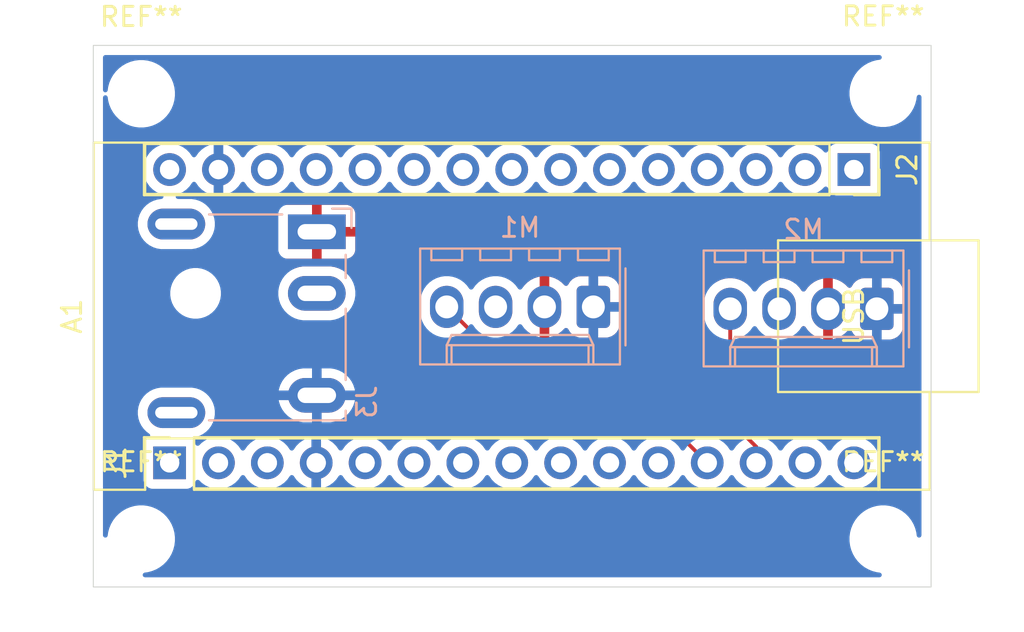
<source format=kicad_pcb>
(kicad_pcb (version 20240108) (generator "pcbnew") (generator_version "8.0")
  (layers (0 "F.Cu" signal) (31 "B.Cu" signal) (34 "B.Paste" user) (35 "F.Paste" user) (36 "B.SilkS" user "B.Silkscreen") (37 "F.SilkS" user "F.Silkscreen") (38 "B.Mask" user) (39 "F.Mask" user) (44 "Edge.Cuts" user))
  (net 0 "")
  (net 1 "A7")
  (net 2 "D5")
  (net 3 "VIN")
  (net 4 "A2")
  (net 5 "A0")
  (net 6 "D13")
  (net 7 "RST")
  (net 8 "D6")
  (net 9 "GND")
  (net 10 "D8")
  (net 11 "D4")
  (net 12 "D3")
  (net 13 "A6")
  (net 14 "D11")
  (net 15 "A5")
  (net 16 "A4")
  (net 17 "V33")
  (net 18 "RX0")
  (net 19 "D2")
  (net 20 "A1")
  (net 21 "AREF")
  (net 22 "D9")
  (net 23 "D12")
  (net 24 "D10")
  (net 25 "TX1")
  (net 26 "A3")
  (net 27 "D7")
  (net 28 "V5")
  (net 29 "/VFan")
  (footprint "Module:Arduino_Nano" (layer "F.Cu") (at 104.14 89.0524 90)
    (property "Reference" "A1" (at 7.62 -5.08 90) (layer "F.SilkS"))
    (property "Value" "Arduino_Nano_v3.x")
    (fp_line (start 16.64 -3.94) (end -1.4 -3.94) (stroke (width 0.12)) (layer "F.SilkS"))
    (fp_line (start -1.4 -3.94) (end -1.4 -1.27) (stroke (width 0.12)) (layer "F.SilkS"))
    (fp_line (start 13.97 -1.27) (end 16.64 -1.27) (stroke (width 0.12)) (layer "F.SilkS"))
    (fp_line (start 13.97 -1.27) (end 13.97 36.83) (stroke (width 0.12)) (layer "F.SilkS"))
    (fp_line (start 1.27 -1.27) (end -1.4 -1.27) (stroke (width 0.12)) (layer "F.SilkS"))
    (fp_line (start 1.27 1.27) (end 1.27 -1.27) (stroke (width 0.12)) (layer "F.SilkS"))
    (fp_line (start 1.27 1.27) (end -1.4 1.27) (stroke (width 0.12)) (layer "F.SilkS"))
    (fp_line (start 1.27 1.27) (end 1.27 36.83) (stroke (width 0.12)) (layer "F.SilkS"))
    (fp_line (start -1.4 1.27) (end -1.4 39.5) (stroke (width 0.12)) (layer "F.SilkS"))
    (fp_line (start 11.56 31.62) (end 11.56 42.04) (stroke (width 0.12)) (layer "F.SilkS"))
    (fp_line (start 3.68 31.62) (end 11.56 31.62) (stroke (width 0.12)) (layer "F.SilkS"))
    (fp_line (start 13.97 36.83) (end 16.64 36.83) (stroke (width 0.12)) (layer "F.SilkS"))
    (fp_line (start 1.27 36.83) (end -1.4 36.83) (stroke (width 0.12)) (layer "F.SilkS"))
    (fp_line (start 16.64 39.5) (end 16.64 -3.94) (stroke (width 0.12)) (layer "F.SilkS"))
    (fp_line (start 16.64 39.5) (end 11.56 39.5) (stroke (width 0.12)) (layer "F.SilkS"))
    (fp_line (start -1.4 39.5) (end 3.68 39.5) (stroke (width 0.12)) (layer "F.SilkS"))
    (fp_line (start 11.56 42.04) (end 3.68 42.04) (stroke (width 0.12)) (layer "F.SilkS"))
    (fp_line (start 3.68 42.04) (end 3.68 31.62) (stroke (width 0.12)) (layer "F.SilkS"))
    (fp_text user "USB" (at 7.62 35.56 90) (layer "F.SilkS"))
    (pad "1" thru_hole rect (at 0 0 90) (size 1.6 1.6) (drill 1) (layers "*.Cu" "*.Mask") (net 25 "TX1"))
    (pad "2" thru_hole oval (at 0 2.54 90) (size 1.6 1.6) (drill 1) (layers "*.Cu" "*.Mask") (net 18 "RX0"))
    (pad "3" thru_hole oval (at 0 5.08 90) (size 1.6 1.6) (drill 1) (layers "*.Cu" "*.Mask") (net 7 "RST"))
    (pad "4" thru_hole oval (at 0 7.62 90) (size 1.6 1.6) (drill 1) (layers "*.Cu" "*.Mask") (net 9 "GND"))
    (pad "5" thru_hole oval (at 0 10.16 90) (size 1.6 1.6) (drill 1) (layers "*.Cu" "*.Mask") (net 19 "D2"))
    (pad "6" thru_hole oval (at 0 12.7 90) (size 1.6 1.6) (drill 1) (layers "*.Cu" "*.Mask") (net 12 "D3"))
    (pad "7" thru_hole oval (at 0 15.24 90) (size 1.6 1.6) (drill 1) (layers "*.Cu" "*.Mask") (net 11 "D4"))
    (pad "8" thru_hole oval (at 0 17.78 90) (size 1.6 1.6) (drill 1) (layers "*.Cu" "*.Mask") (net 2 "D5"))
    (pad "9" thru_hole oval (at 0 20.32 90) (size 1.6 1.6) (drill 1) (layers "*.Cu" "*.Mask") (net 8 "D6"))
    (pad "10" thru_hole oval (at 0 22.86 90) (size 1.6 1.6) (drill 1) (layers "*.Cu" "*.Mask") (net 27 "D7"))
    (pad "11" thru_hole oval (at 0 25.4 90) (size 1.6 1.6) (drill 1) (layers "*.Cu" "*.Mask") (net 10 "D8"))
    (pad "12" thru_hole oval (at 0 27.94 90) (size 1.6 1.6) (drill 1) (layers "*.Cu" "*.Mask") (net 22 "D9"))
    (pad "13" thru_hole oval (at 0 30.48 90) (size 1.6 1.6) (drill 1) (layers "*.Cu" "*.Mask") (net 24 "D10"))
    (pad "14" thru_hole oval (at 0 33.02 90) (size 1.6 1.6) (drill 1) (layers "*.Cu" "*.Mask") (net 14 "D11"))
    (pad "15" thru_hole oval (at 0 35.56 90) (size 1.6 1.6) (drill 1) (layers "*.Cu" "*.Mask") (net 23 "D12"))
    (pad "16" thru_hole oval (at 15.24 35.56 90) (size 1.6 1.6) (drill 1) (layers "*.Cu" "*.Mask") (net 6 "D13"))
    (pad "17" thru_hole oval (at 15.24 33.02 90) (size 1.6 1.6) (drill 1) (layers "*.Cu" "*.Mask") (net 17 "V33"))
    (pad "18" thru_hole oval (at 15.24 30.48 90) (size 1.6 1.6) (drill 1) (layers "*.Cu" "*.Mask") (net 21 "AREF"))
    (pad "19" thru_hole oval (at 15.24 27.94 90) (size 1.6 1.6) (drill 1) (layers "*.Cu" "*.Mask") (net 5 "A0"))
    (pad "20" thru_hole oval (at 15.24 25.4 90) (size 1.6 1.6) (drill 1) (layers "*.Cu" "*.Mask") (net 20 "A1"))
    (pad "21" thru_hole oval (at 15.24 22.86 90) (size 1.6 1.6) (drill 1) (layers "*.Cu" "*.Mask") (net 4 "A2"))
    (pad "22" thru_hole oval (at 15.24 20.32 90) (size 1.6 1.6) (drill 1) (layers "*.Cu" "*.Mask") (net 26 "A3"))
    (pad "23" thru_hole oval (at 15.24 17.78 90) (size 1.6 1.6) (drill 1) (layers "*.Cu" "*.Mask") (net 16 "A4"))
    (pad "24" thru_hole oval (at 15.24 15.24 90) (size 1.6 1.6) (drill 1) (layers "*.Cu" "*.Mask") (net 15 "A5"))
    (pad "25" thru_hole oval (at 15.24 12.7 90) (size 1.6 1.6) (drill 1) (layers "*.Cu" "*.Mask") (net 13 "A6"))
    (pad "26" thru_hole oval (at 15.24 10.16 90) (size 1.6 1.6) (drill 1) (layers "*.Cu" "*.Mask") (net 1 "A7"))
    (pad "27" thru_hole oval (at 15.24 7.62 90) (size 1.6 1.6) (drill 1) (layers "*.Cu" "*.Mask") (net 28 "V5"))
    (pad "28" thru_hole oval (at 15.24 5.08 90) (size 1.6 1.6) (drill 1) (layers "*.Cu" "*.Mask") (net 7 "RST"))
    (pad "29" thru_hole oval (at 15.24 2.54 90) (size 1.6 1.6) (drill 1) (layers "*.Cu" "*.Mask") (net 9 "GND"))
    (pad "30" thru_hole oval (at 15.24 0 90) (size 1.6 1.6) (drill 1) (layers "*.Cu" "*.Mask") (net 3 "VIN"))
  )
  (footprint "Connector_PinSocket_2.54mm:PinSocket_1x15_P2.54mm_Vertical" (layer "F.Cu") (at 139.7 73.8124 -90)
    (property "Reference" "J2" (at 0 -2.77 90) (layer "F.SilkS"))
    (property "Value" "Conn_01x15_Socket")
    (fp_line (start -1.33 36.89) (end 1.33 36.89) (stroke (width 0.12)) (layer "F.SilkS"))
    (fp_line (start -1.33 1.27) (end -1.33 36.89) (stroke (width 0.12)) (layer "F.SilkS"))
    (fp_line (start -1.33 1.27) (end 1.33 1.27) (stroke (width 0.12)) (layer "F.SilkS"))
    (fp_line (start 1.33 1.27) (end 1.33 36.89) (stroke (width 0.12)) (layer "F.SilkS"))
    (fp_line (start 0 -1.33) (end 1.33 -1.33) (stroke (width 0.12)) (layer "F.SilkS"))
    (fp_line (start 1.33 -1.33) (end 1.33 0) (stroke (width 0.12)) (layer "F.SilkS"))
    (pad "1" thru_hole rect (at 0 0 270) (size 1.7 1.7) (drill 1) (layers "*.Cu" "*.Mask") (net 6 "D13"))
    (pad "2" thru_hole oval (at 0 2.54 270) (size 1.7 1.7) (drill 1) (layers "*.Cu" "*.Mask") (net 17 "V33"))
    (pad "3" thru_hole oval (at 0 5.08 270) (size 1.7 1.7) (drill 1) (layers "*.Cu" "*.Mask") (net 21 "AREF"))
    (pad "4" thru_hole oval (at 0 7.62 270) (size 1.7 1.7) (drill 1) (layers "*.Cu" "*.Mask") (net 5 "A0"))
    (pad "5" thru_hole oval (at 0 10.16 270) (size 1.7 1.7) (drill 1) (layers "*.Cu" "*.Mask") (net 20 "A1"))
    (pad "6" thru_hole oval (at 0 12.7 270) (size 1.7 1.7) (drill 1) (layers "*.Cu" "*.Mask") (net 4 "A2"))
    (pad "7" thru_hole oval (at 0 15.24 270) (size 1.7 1.7) (drill 1) (layers "*.Cu" "*.Mask") (net 26 "A3"))
    (pad "8" thru_hole oval (at 0 17.78 270) (size 1.7 1.7) (drill 1) (layers "*.Cu" "*.Mask") (net 16 "A4"))
    (pad "9" thru_hole oval (at 0 20.32 270) (size 1.7 1.7) (drill 1) (layers "*.Cu" "*.Mask") (net 15 "A5"))
    (pad "10" thru_hole oval (at 0 22.86 270) (size 1.7 1.7) (drill 1) (layers "*.Cu" "*.Mask") (net 13 "A6"))
    (pad "11" thru_hole oval (at 0 25.4 270) (size 1.7 1.7) (drill 1) (layers "*.Cu" "*.Mask") (net 1 "A7"))
    (pad "12" thru_hole oval (at 0 27.94 270) (size 1.7 1.7) (drill 1) (layers "*.Cu" "*.Mask") (net 28 "V5"))
    (pad "13" thru_hole oval (at 0 30.48 270) (size 1.7 1.7) (drill 1) (layers "*.Cu" "*.Mask") (net 7 "RST"))
    (pad "14" thru_hole oval (at 0 33.02 270) (size 1.7 1.7) (drill 1) (layers "*.Cu" "*.Mask") (net 9 "GND"))
    (pad "15" thru_hole oval (at 0 35.56 270) (size 1.7 1.7) (drill 1) (layers "*.Cu" "*.Mask") (net 3 "VIN"))
  )
  (footprint "MountingHole:MountingHole_3mm" (layer "F.Cu") (at 141.224 93.0148)
    (property "Reference" "REF**" (at 0 -4 0) (layer "F.SilkS"))
    (property "Value" "MountingHole_3mm")
    (pad "" np_thru_hole circle (at 0 0) (size 3 3) (drill 3) (layers "*.Cu" "*.Mask"))
  )
  (footprint "MountingHole:MountingHole_3mm" (layer "F.Cu") (at 141.224 69.85)
    (property "Reference" "REF**" (at 0 -4 0) (layer "F.SilkS"))
    (property "Value" "MountingHole_3mm")
    (pad "" np_thru_hole circle (at 0 0) (size 3 3) (drill 3) (layers "*.Cu" "*.Mask"))
  )
  (footprint "Connector_PinSocket_2.54mm:PinSocket_1x15_P2.54mm_Vertical" (layer "F.Cu") (at 104.14 89.0524 90)
    (property "Reference" "J1" (at 0 -2.77 90) (layer "F.SilkS"))
    (property "Value" "Conn_01x15_Socket")
    (fp_line (start 1.33 -1.33) (end 1.33 0) (stroke (width 0.12)) (layer "F.SilkS"))
    (fp_line (start 0 -1.33) (end 1.33 -1.33) (stroke (width 0.12)) (layer "F.SilkS"))
    (fp_line (start 1.33 1.27) (end 1.33 36.89) (stroke (width 0.12)) (layer "F.SilkS"))
    (fp_line (start -1.33 1.27) (end 1.33 1.27) (stroke (width 0.12)) (layer "F.SilkS"))
    (fp_line (start -1.33 1.27) (end -1.33 36.89) (stroke (width 0.12)) (layer "F.SilkS"))
    (fp_line (start -1.33 36.89) (end 1.33 36.89) (stroke (width 0.12)) (layer "F.SilkS"))
    (pad "1" thru_hole rect (at 0 0 90) (size 1.7 1.7) (drill 1) (layers "*.Cu" "*.Mask") (net 25 "TX1"))
    (pad "2" thru_hole oval (at 0 2.54 90) (size 1.7 1.7) (drill 1) (layers "*.Cu" "*.Mask") (net 18 "RX0"))
    (pad "3" thru_hole oval (at 0 5.08 90) (size 1.7 1.7) (drill 1) (layers "*.Cu" "*.Mask") (net 7 "RST"))
    (pad "4" thru_hole oval (at 0 7.62 90) (size 1.7 1.7) (drill 1) (layers "*.Cu" "*.Mask") (net 9 "GND"))
    (pad "5" thru_hole oval (at 0 10.16 90) (size 1.7 1.7) (drill 1) (layers "*.Cu" "*.Mask") (net 19 "D2"))
    (pad "6" thru_hole oval (at 0 12.7 90) (size 1.7 1.7) (drill 1) (layers "*.Cu" "*.Mask") (net 12 "D3"))
    (pad "7" thru_hole oval (at 0 15.24 90) (size 1.7 1.7) (drill 1) (layers "*.Cu" "*.Mask") (net 11 "D4"))
    (pad "8" thru_hole oval (at 0 17.78 90) (size 1.7 1.7) (drill 1) (layers "*.Cu" "*.Mask") (net 2 "D5"))
    (pad "9" thru_hole oval (at 0 20.32 90) (size 1.7 1.7) (drill 1) (layers "*.Cu" "*.Mask") (net 8 "D6"))
    (pad "10" thru_hole oval (at 0 22.86 90) (size 1.7 1.7) (drill 1) (layers "*.Cu" "*.Mask") (net 27 "D7"))
    (pad "11" thru_hole oval (at 0 25.4 90) (size 1.7 1.7) (drill 1) (layers "*.Cu" "*.Mask") (net 10 "D8"))
    (pad "12" thru_hole oval (at 0 27.94 90) (size 1.7 1.7) (drill 1) (layers "*.Cu" "*.Mask") (net 22 "D9"))
    (pad "13" thru_hole oval (at 0 30.48 90) (size 1.7 1.7) (drill 1) (layers "*.Cu" "*.Mask") (net 24 "D10"))
    (pad "14" thru_hole oval (at 0 33.02 90) (size 1.7 1.7) (drill 1) (layers "*.Cu" "*.Mask") (net 14 "D11"))
    (pad "15" thru_hole oval (at 0 35.56 90) (size 1.7 1.7) (drill 1) (layers "*.Cu" "*.Mask") (net 23 "D12"))
  )
  (footprint "MountingHole:MountingHole_3mm" (layer "F.Cu") (at 102.6668 93.0148)
    (property "Reference" "REF**" (at 0 -4 0) (layer "F.SilkS"))
    (property "Value" "MountingHole_3mm")
    (pad "" np_thru_hole circle (at 0 0) (size 3 3) (drill 3) (layers "*.Cu" "*.Mask"))
  )
  (footprint "MountingHole:MountingHole_3mm" (layer "F.Cu") (at 102.6668 69.8754)
    (property "Reference" "REF**" (at 0 -4 0) (layer "F.SilkS"))
    (property "Value" "MountingHole_3mm")
    (pad "" np_thru_hole circle (at 0 0) (size 3 3) (drill 3) (layers "*.Cu" "*.Mask"))
  )
  (footprint "Connector_BarrelJack:BarrelJack_CUI_PJ-079BH_Horizontal" (layer "B.Cu") (at 111.7912 77.0457 90)
    (property "Reference" "J3" (at -9.8 2.6 90) (layer "B.SilkS") (effects (justify right mirror)))
    (property "Value" "Barrel_Jack_Switch")
    (fp_line (start 0.9 -1.8) (end 0.9 -5.6) (stroke (width 0.12)) (layer "B.SilkS"))
    (fp_line (start 1.2 0.8) (end 1.2 1.8) (stroke (width 0.12)) (layer "B.SilkS"))
    (fp_line (start -2.4 1.5) (end -1.2 1.5) (stroke (width 0.12)) (layer "B.SilkS"))
    (fp_line (start -7.7 1.5) (end -4 1.5) (stroke (width 0.12)) (layer "B.SilkS"))
    (fp_line (start -9.8 1.5) (end -9.8 -5.6) (stroke (width 0.12)) (layer "B.SilkS"))
    (fp_line (start -9.8 1.5) (end -9.3 1.5) (stroke (width 0.12)) (layer "B.SilkS"))
    (fp_line (start 0.2 1.8) (end 1.2 1.8) (stroke (width 0.12)) (layer "B.SilkS"))
    (pad "" np_thru_hole circle (at -3.2 -6.3 270) (size 2.13 2.13) (drill 2.13) (layers "F&B.Cu" "*.Mask"))
    (pad "1" thru_hole rect (at 0 0 270) (size 1.8 3) (drill oval 0.8 2) (layers "*.Cu" "*.Mask") (net 29 "/VFan"))
    (pad "2" thru_hole oval (at -8.5 0 270) (size 1.8 3) (drill oval 0.8 2) (layers "*.Cu" "*.Mask") (net 9 "GND"))
    (pad "3" thru_hole oval (at -3.2 0 270) (size 1.8 3) (drill oval 0.8 2) (layers "*.Cu" "*.Mask"))
    (pad "SH" thru_hole oval (at -9.4 -7.3 270) (size 1.6 3) (drill oval 0.6 2.2) (layers "*.Cu" "*.Mask"))
    (pad "SH" thru_hole oval (at 0.4 -7.3 270) (size 1.6 3) (drill oval 0.6 2.2) (layers "*.Cu" "*.Mask"))
  )
  (footprint "Connector_Molex:Molex_KK-254_AE-6410-04A_1x04_P2.54mm_Vertical" (layer "B.Cu") (at 126.1618 80.9498 180)
    (property "Reference" "M1" (at 3.81 4.12 0) (layer "B.SilkS") (effects (justify mirror)))
    (property "Value" "Fan_4pin")
    (fp_line (start 9 3.03) (end 9 -2.99) (stroke (width 0.12)) (layer "B.SilkS"))
    (fp_line (start 9 -2.99) (end -1.38 -2.99) (stroke (width 0.12)) (layer "B.SilkS"))
    (fp_line (start 8.42 3.03) (end 8.42 2.43) (stroke (width 0.12)) (layer "B.SilkS"))
    (fp_line (start 8.42 2.43) (end 6.82 2.43) (stroke (width 0.12)) (layer "B.SilkS"))
    (fp_line (start 7.62 -1.99) (end 7.37 -1.46) (stroke (width 0.12)) (layer "B.SilkS"))
    (fp_line (start 7.62 -1.99) (end 0 -1.99) (stroke (width 0.12)) (layer "B.SilkS"))
    (fp_line (start 7.62 -2.99) (end 7.62 -1.99) (stroke (width 0.12)) (layer "B.SilkS"))
    (fp_line (start 7.37 -1.46) (end 0.25 -1.46) (stroke (width 0.12)) (layer "B.SilkS"))
    (fp_line (start 7.37 -1.99) (end 7.37 -2.99) (stroke (width 0.12)) (layer "B.SilkS"))
    (fp_line (start 6.82 2.43) (end 6.82 3.03) (stroke (width 0.12)) (layer "B.SilkS"))
    (fp_line (start 5.88 3.03) (end 5.88 2.43) (stroke (width 0.12)) (layer "B.SilkS"))
    (fp_line (start 5.88 2.43) (end 4.28 2.43) (stroke (width 0.12)) (layer "B.SilkS"))
    (fp_line (start 4.28 2.43) (end 4.28 3.03) (stroke (width 0.12)) (layer "B.SilkS"))
    (fp_line (start 3.34 3.03) (end 3.34 2.43) (stroke (width 0.12)) (layer "B.SilkS"))
    (fp_line (start 3.34 2.43) (end 1.74 2.43) (stroke (width 0.12)) (layer "B.SilkS"))
    (fp_line (start 1.74 2.43) (end 1.74 3.03) (stroke (width 0.12)) (layer "B.SilkS"))
    (fp_line (start 0.8 3.03) (end 0.8 2.43) (stroke (width 0.12)) (layer "B.SilkS"))
    (fp_line (start 0.8 2.43) (end -0.8 2.43) (stroke (width 0.12)) (layer "B.SilkS"))
    (fp_line (start 0.25 -1.46) (end 0 -1.99) (stroke (width 0.12)) (layer "B.SilkS"))
    (fp_line (start 0.25 -1.99) (end 0.25 -2.99) (stroke (width 0.12)) (layer "B.SilkS"))
    (fp_line (start 0 -1.99) (end 0 -2.99) (stroke (width 0.12)) (layer "B.SilkS"))
    (fp_line (start -0.8 2.43) (end -0.8 3.03) (stroke (width 0.12)) (layer "B.SilkS"))
    (fp_line (start -1.38 3.03) (end 9 3.03) (stroke (width 0.12)) (layer "B.SilkS"))
    (fp_line (start -1.38 -2.99) (end -1.38 3.03) (stroke (width 0.12)) (layer "B.SilkS"))
    (fp_line (start -1.67 -2) (end -1.67 2) (stroke (width 0.12)) (layer "B.SilkS"))
    (pad "1" thru_hole roundrect (at 0 0 180) (size 1.74 2.19) (drill 1.19) (layers "*.Cu" "*.Mask") (roundrect_rratio 0.143678) (net 9 "GND"))
    (pad "2" thru_hole oval (at 2.54 0 180) (size 1.74 2.19) (drill 1.19) (layers "*.Cu" "*.Mask") (net 29 "/VFan"))
    (pad "3" thru_hole oval (at 5.08 0 180) (size 1.74 2.19) (drill 1.19) (layers "*.Cu" "*.Mask"))
    (pad "4" thru_hole oval (at 7.62 0 180) (size 1.74 2.19) (drill 1.19) (layers "*.Cu" "*.Mask") (net 22 "D9"))
  )
  (footprint "Connector_Molex:Molex_KK-254_AE-6410-04A_1x04_P2.54mm_Vertical" (layer "B.Cu") (at 140.8938 81.0514 180)
    (property "Reference" "M2" (at 3.81 4.12 0) (layer "B.SilkS") (effects (justify mirror)))
    (property "Value" "Fan_4pin")
    (fp_line (start 9 3.03) (end 9 -2.99) (stroke (width 0.12)) (layer "B.SilkS"))
    (fp_line (start 9 -2.99) (end -1.38 -2.99) (stroke (width 0.12)) (layer "B.SilkS"))
    (fp_line (start 8.42 3.03) (end 8.42 2.43) (stroke (width 0.12)) (layer "B.SilkS"))
    (fp_line (start 8.42 2.43) (end 6.82 2.43) (stroke (width 0.12)) (layer "B.SilkS"))
    (fp_line (start 7.62 -1.99) (end 7.37 -1.46) (stroke (width 0.12)) (layer "B.SilkS"))
    (fp_line (start 7.62 -1.99) (end 0 -1.99) (stroke (width 0.12)) (layer "B.SilkS"))
    (fp_line (start 7.62 -2.99) (end 7.62 -1.99) (stroke (width 0.12)) (layer "B.SilkS"))
    (fp_line (start 7.37 -1.46) (end 0.25 -1.46) (stroke (width 0.12)) (layer "B.SilkS"))
    (fp_line (start 7.37 -1.99) (end 7.37 -2.99) (stroke (width 0.12)) (layer "B.SilkS"))
    (fp_line (start 6.82 2.43) (end 6.82 3.03) (stroke (width 0.12)) (layer "B.SilkS"))
    (fp_line (start 5.88 3.03) (end 5.88 2.43) (stroke (width 0.12)) (layer "B.SilkS"))
    (fp_line (start 5.88 2.43) (end 4.28 2.43) (stroke (width 0.12)) (layer "B.SilkS"))
    (fp_line (start 4.28 2.43) (end 4.28 3.03) (stroke (width 0.12)) (layer "B.SilkS"))
    (fp_line (start 3.34 3.03) (end 3.34 2.43) (stroke (width 0.12)) (layer "B.SilkS"))
    (fp_line (start 3.34 2.43) (end 1.74 2.43) (stroke (width 0.12)) (layer "B.SilkS"))
    (fp_line (start 1.74 2.43) (end 1.74 3.03) (stroke (width 0.12)) (layer "B.SilkS"))
    (fp_line (start 0.8 3.03) (end 0.8 2.43) (stroke (width 0.12)) (layer "B.SilkS"))
    (fp_line (start 0.8 2.43) (end -0.8 2.43) (stroke (width 0.12)) (layer "B.SilkS"))
    (fp_line (start 0.25 -1.46) (end 0 -1.99) (stroke (width 0.12)) (layer "B.SilkS"))
    (fp_line (start 0.25 -1.99) (end 0.25 -2.99) (stroke (width 0.12)) (layer "B.SilkS"))
    (fp_line (start 0 -1.99) (end 0 -2.99) (stroke (width 0.12)) (layer "B.SilkS"))
    (fp_line (start -0.8 2.43) (end -0.8 3.03) (stroke (width 0.12)) (layer "B.SilkS"))
    (fp_line (start -1.38 3.03) (end 9 3.03) (stroke (width 0.12)) (layer "B.SilkS"))
    (fp_line (start -1.38 -2.99) (end -1.38 3.03) (stroke (width 0.12)) (layer "B.SilkS"))
    (fp_line (start -1.67 -2) (end -1.67 2) (stroke (width 0.12)) (layer "B.SilkS"))
    (pad "1" thru_hole roundrect (at 0 0 180) (size 1.74 2.19) (drill 1.19) (layers "*.Cu" "*.Mask") (roundrect_rratio 0.143678) (net 9 "GND"))
    (pad "2" thru_hole oval (at 2.54 0 180) (size 1.74 2.19) (drill 1.19) (layers "*.Cu" "*.Mask") (net 29 "/VFan"))
    (pad "3" thru_hole oval (at 5.08 0 180) (size 1.74 2.19) (drill 1.19) (layers "*.Cu" "*.Mask"))
    (pad "4" thru_hole oval (at 7.62 0 180) (size 1.74 2.19) (drill 1.19) (layers "*.Cu" "*.Mask") (net 24 "D10"))
  )
  (gr_rect (start 100.1776 67.3608) (end 143.7132 95.504) (stroke (width 0.05)) (fill none) (layer "Edge.Cuts"))
  (segment (start 127.6858 84.6582) (end 122.2502 84.6582) (width 0.2) (layer "F.Cu") (net 22))
  (segment (start 132.08 89.0524) (end 127.6858 84.6582) (width 0.2) (layer "F.Cu") (net 22))
  (segment (start 122.2502 84.6582) (end 118.5418 80.9498) (width 0.2) (layer "F.Cu") (net 22))
  (segment (start 134.62 88.2142) (end 133.2738 86.868) (width 0.2) (layer "F.Cu") (net 24))
  (segment (start 133.2738 86.868) (end 133.2738 81.0514) (width 0.2) (layer "F.Cu") (net 24))
  (segment (start 134.62 89.0524) (end 134.62 88.2142) (width 0.2) (layer "F.Cu") (net 24))
  (zone (net 29) (net_name "/VFan") (layer "F.Cu") (connect_pads (clearance 0.5)) (min_thickness 0.25) (fill yes (thermal_gap 0.5) (thermal_bridge_width 0.5))
    (polygon (pts (xy 110.1344 75.1332) (xy 109.6772 76.581) (xy 109.6772 78.2828) (xy 110.4392 78.9686) (xy 121.9962 79.248) (xy 122.3518 79.883) (xy 122.3264 80.5434) (xy 122.5042 83.2358) (xy 123.7488 83.82) (xy 124.9172 83.7946) (xy 127.7874 83.7946) (xy 129.7178 79.6798) (xy 136.7028 79.7306) (xy 136.9568 80.1116) (xy 136.906 82.3722) (xy 137.8458 83.8454) (xy 142.24 83.82) (xy 143.0782 82.6008) (xy 143.002 79.0956) (xy 142.9766 76.5556) (xy 138.8618 75.3872) (xy 110.8964 74.9808)))
  )
  (zone (net 9) (net_name "GND") (layer "B.Cu") (priority 1) (connect_pads (clearance 0.5)) (min_thickness 0.25) (fill yes (thermal_gap 0.5) (thermal_bridge_width 0.5))
    (polygon (pts (xy 100.5586 67.7418) (xy 143.51 67.818) (xy 143.5862 95.123) (xy 100.6094 95.1738)))
  )
)
</source>
